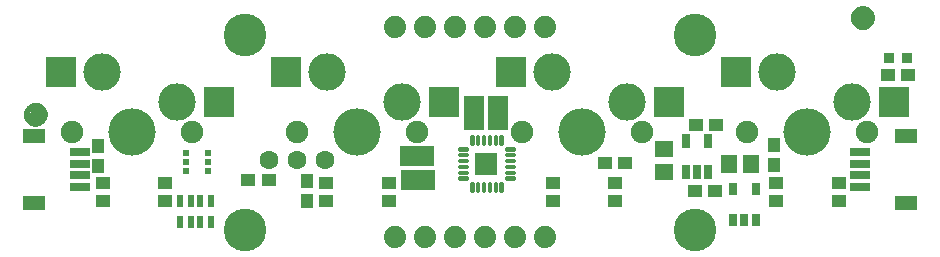
<source format=gbr>
G04 EAGLE Gerber RS-274X export*
G75*
%MOMM*%
%FSLAX34Y34*%
%LPD*%
%INSoldermask Top*%
%IPPOS*%
%AMOC8*
5,1,8,0,0,1.08239X$1,22.5*%
G01*
%ADD10R,2.651600X2.601600*%
%ADD11C,4.001600*%
%ADD12C,3.165100*%
%ADD13C,1.915100*%
%ADD14R,1.301600X1.001600*%
%ADD15R,1.101600X1.176600*%
%ADD16R,1.341600X1.601600*%
%ADD17R,0.651600X1.301600*%
%ADD18R,1.601600X1.341600*%
%ADD19R,1.176600X1.101600*%
%ADD20R,0.551600X1.001600*%
%ADD21R,0.601600X0.601600*%
%ADD22R,0.601600X0.501600*%
%ADD23C,1.879600*%
%ADD24C,3.617600*%
%ADD25R,1.651600X0.701600*%
%ADD26R,1.901600X1.301600*%
%ADD27C,1.101600*%
%ADD28C,0.469900*%
%ADD29R,0.901600X0.901600*%
%ADD30C,0.240406*%
%ADD31R,1.879600X1.879600*%
%ADD32C,1.601600*%
%ADD33R,0.791600X1.091600*%
%ADD34R,1.651000X2.921000*%
%ADD35R,2.921000X1.651000*%


D10*
X34350Y158750D03*
X168850Y132950D03*
D11*
X95250Y107950D03*
D12*
X69850Y158750D03*
X133350Y133350D03*
D13*
X44450Y107950D03*
X146050Y107950D03*
D14*
X640250Y49650D03*
X640250Y64650D03*
X693250Y49650D03*
X693250Y64650D03*
D15*
X638175Y79765D03*
X638175Y96765D03*
D16*
X600100Y81280D03*
X619100Y81280D03*
D17*
X563905Y73994D03*
X573405Y73994D03*
X582905Y73994D03*
X582905Y99996D03*
X563905Y99996D03*
D18*
X545465Y93320D03*
X545465Y74320D03*
D19*
X572525Y114300D03*
X589525Y114300D03*
D20*
X135590Y49140D03*
X135590Y32140D03*
X144590Y49140D03*
X152590Y49140D03*
X161590Y49140D03*
X161590Y32140D03*
X144590Y32140D03*
X152590Y32140D03*
D21*
X158860Y75050D03*
D22*
X158860Y82550D03*
D21*
X158860Y90050D03*
X140860Y90050D03*
D22*
X140860Y82550D03*
D21*
X140860Y75050D03*
D23*
X444500Y19050D03*
X419100Y19050D03*
X393700Y19050D03*
X368300Y19050D03*
X342900Y19050D03*
X317500Y19050D03*
D24*
X571500Y190500D03*
X190500Y190500D03*
D25*
X50540Y81200D03*
X50540Y71200D03*
X50540Y91200D03*
X50540Y61200D03*
D26*
X11540Y104200D03*
X11540Y48200D03*
D25*
X711460Y71200D03*
X711460Y81200D03*
X711460Y61200D03*
X711460Y91200D03*
D26*
X750460Y48200D03*
X750460Y104200D03*
D27*
X713740Y204470D03*
D28*
X713740Y211970D02*
X713559Y211968D01*
X713378Y211961D01*
X713197Y211950D01*
X713016Y211935D01*
X712836Y211915D01*
X712656Y211891D01*
X712477Y211863D01*
X712299Y211830D01*
X712122Y211793D01*
X711945Y211752D01*
X711770Y211707D01*
X711595Y211657D01*
X711422Y211603D01*
X711251Y211545D01*
X711080Y211483D01*
X710912Y211416D01*
X710745Y211346D01*
X710579Y211272D01*
X710416Y211193D01*
X710255Y211111D01*
X710095Y211025D01*
X709938Y210935D01*
X709783Y210841D01*
X709630Y210744D01*
X709480Y210642D01*
X709332Y210538D01*
X709186Y210429D01*
X709044Y210318D01*
X708904Y210202D01*
X708767Y210084D01*
X708632Y209962D01*
X708501Y209837D01*
X708373Y209709D01*
X708248Y209578D01*
X708126Y209443D01*
X708008Y209306D01*
X707892Y209166D01*
X707781Y209024D01*
X707672Y208878D01*
X707568Y208730D01*
X707466Y208580D01*
X707369Y208427D01*
X707275Y208272D01*
X707185Y208115D01*
X707099Y207955D01*
X707017Y207794D01*
X706938Y207631D01*
X706864Y207465D01*
X706794Y207298D01*
X706727Y207130D01*
X706665Y206959D01*
X706607Y206788D01*
X706553Y206615D01*
X706503Y206440D01*
X706458Y206265D01*
X706417Y206088D01*
X706380Y205911D01*
X706347Y205733D01*
X706319Y205554D01*
X706295Y205374D01*
X706275Y205194D01*
X706260Y205013D01*
X706249Y204832D01*
X706242Y204651D01*
X706240Y204470D01*
X713740Y211970D02*
X713921Y211968D01*
X714102Y211961D01*
X714283Y211950D01*
X714464Y211935D01*
X714644Y211915D01*
X714824Y211891D01*
X715003Y211863D01*
X715181Y211830D01*
X715358Y211793D01*
X715535Y211752D01*
X715710Y211707D01*
X715885Y211657D01*
X716058Y211603D01*
X716229Y211545D01*
X716400Y211483D01*
X716568Y211416D01*
X716735Y211346D01*
X716901Y211272D01*
X717064Y211193D01*
X717225Y211111D01*
X717385Y211025D01*
X717542Y210935D01*
X717697Y210841D01*
X717850Y210744D01*
X718000Y210642D01*
X718148Y210538D01*
X718294Y210429D01*
X718436Y210318D01*
X718576Y210202D01*
X718713Y210084D01*
X718848Y209962D01*
X718979Y209837D01*
X719107Y209709D01*
X719232Y209578D01*
X719354Y209443D01*
X719472Y209306D01*
X719588Y209166D01*
X719699Y209024D01*
X719808Y208878D01*
X719912Y208730D01*
X720014Y208580D01*
X720111Y208427D01*
X720205Y208272D01*
X720295Y208115D01*
X720381Y207955D01*
X720463Y207794D01*
X720542Y207631D01*
X720616Y207465D01*
X720686Y207298D01*
X720753Y207130D01*
X720815Y206959D01*
X720873Y206788D01*
X720927Y206615D01*
X720977Y206440D01*
X721022Y206265D01*
X721063Y206088D01*
X721100Y205911D01*
X721133Y205733D01*
X721161Y205554D01*
X721185Y205374D01*
X721205Y205194D01*
X721220Y205013D01*
X721231Y204832D01*
X721238Y204651D01*
X721240Y204470D01*
X721238Y204289D01*
X721231Y204108D01*
X721220Y203927D01*
X721205Y203746D01*
X721185Y203566D01*
X721161Y203386D01*
X721133Y203207D01*
X721100Y203029D01*
X721063Y202852D01*
X721022Y202675D01*
X720977Y202500D01*
X720927Y202325D01*
X720873Y202152D01*
X720815Y201981D01*
X720753Y201810D01*
X720686Y201642D01*
X720616Y201475D01*
X720542Y201309D01*
X720463Y201146D01*
X720381Y200985D01*
X720295Y200825D01*
X720205Y200668D01*
X720111Y200513D01*
X720014Y200360D01*
X719912Y200210D01*
X719808Y200062D01*
X719699Y199916D01*
X719588Y199774D01*
X719472Y199634D01*
X719354Y199497D01*
X719232Y199362D01*
X719107Y199231D01*
X718979Y199103D01*
X718848Y198978D01*
X718713Y198856D01*
X718576Y198738D01*
X718436Y198622D01*
X718294Y198511D01*
X718148Y198402D01*
X718000Y198298D01*
X717850Y198196D01*
X717697Y198099D01*
X717542Y198005D01*
X717385Y197915D01*
X717225Y197829D01*
X717064Y197747D01*
X716901Y197668D01*
X716735Y197594D01*
X716568Y197524D01*
X716400Y197457D01*
X716229Y197395D01*
X716058Y197337D01*
X715885Y197283D01*
X715710Y197233D01*
X715535Y197188D01*
X715358Y197147D01*
X715181Y197110D01*
X715003Y197077D01*
X714824Y197049D01*
X714644Y197025D01*
X714464Y197005D01*
X714283Y196990D01*
X714102Y196979D01*
X713921Y196972D01*
X713740Y196970D01*
X713559Y196972D01*
X713378Y196979D01*
X713197Y196990D01*
X713016Y197005D01*
X712836Y197025D01*
X712656Y197049D01*
X712477Y197077D01*
X712299Y197110D01*
X712122Y197147D01*
X711945Y197188D01*
X711770Y197233D01*
X711595Y197283D01*
X711422Y197337D01*
X711251Y197395D01*
X711080Y197457D01*
X710912Y197524D01*
X710745Y197594D01*
X710579Y197668D01*
X710416Y197747D01*
X710255Y197829D01*
X710095Y197915D01*
X709938Y198005D01*
X709783Y198099D01*
X709630Y198196D01*
X709480Y198298D01*
X709332Y198402D01*
X709186Y198511D01*
X709044Y198622D01*
X708904Y198738D01*
X708767Y198856D01*
X708632Y198978D01*
X708501Y199103D01*
X708373Y199231D01*
X708248Y199362D01*
X708126Y199497D01*
X708008Y199634D01*
X707892Y199774D01*
X707781Y199916D01*
X707672Y200062D01*
X707568Y200210D01*
X707466Y200360D01*
X707369Y200513D01*
X707275Y200668D01*
X707185Y200825D01*
X707099Y200985D01*
X707017Y201146D01*
X706938Y201309D01*
X706864Y201475D01*
X706794Y201642D01*
X706727Y201810D01*
X706665Y201981D01*
X706607Y202152D01*
X706553Y202325D01*
X706503Y202500D01*
X706458Y202675D01*
X706417Y202852D01*
X706380Y203029D01*
X706347Y203207D01*
X706319Y203386D01*
X706295Y203566D01*
X706275Y203746D01*
X706260Y203927D01*
X706249Y204108D01*
X706242Y204289D01*
X706240Y204470D01*
D27*
X13335Y122555D03*
D28*
X13335Y130055D02*
X13154Y130053D01*
X12973Y130046D01*
X12792Y130035D01*
X12611Y130020D01*
X12431Y130000D01*
X12251Y129976D01*
X12072Y129948D01*
X11894Y129915D01*
X11717Y129878D01*
X11540Y129837D01*
X11365Y129792D01*
X11190Y129742D01*
X11017Y129688D01*
X10846Y129630D01*
X10675Y129568D01*
X10507Y129501D01*
X10340Y129431D01*
X10174Y129357D01*
X10011Y129278D01*
X9850Y129196D01*
X9690Y129110D01*
X9533Y129020D01*
X9378Y128926D01*
X9225Y128829D01*
X9075Y128727D01*
X8927Y128623D01*
X8781Y128514D01*
X8639Y128403D01*
X8499Y128287D01*
X8362Y128169D01*
X8227Y128047D01*
X8096Y127922D01*
X7968Y127794D01*
X7843Y127663D01*
X7721Y127528D01*
X7603Y127391D01*
X7487Y127251D01*
X7376Y127109D01*
X7267Y126963D01*
X7163Y126815D01*
X7061Y126665D01*
X6964Y126512D01*
X6870Y126357D01*
X6780Y126200D01*
X6694Y126040D01*
X6612Y125879D01*
X6533Y125716D01*
X6459Y125550D01*
X6389Y125383D01*
X6322Y125215D01*
X6260Y125044D01*
X6202Y124873D01*
X6148Y124700D01*
X6098Y124525D01*
X6053Y124350D01*
X6012Y124173D01*
X5975Y123996D01*
X5942Y123818D01*
X5914Y123639D01*
X5890Y123459D01*
X5870Y123279D01*
X5855Y123098D01*
X5844Y122917D01*
X5837Y122736D01*
X5835Y122555D01*
X13335Y130055D02*
X13516Y130053D01*
X13697Y130046D01*
X13878Y130035D01*
X14059Y130020D01*
X14239Y130000D01*
X14419Y129976D01*
X14598Y129948D01*
X14776Y129915D01*
X14953Y129878D01*
X15130Y129837D01*
X15305Y129792D01*
X15480Y129742D01*
X15653Y129688D01*
X15824Y129630D01*
X15995Y129568D01*
X16163Y129501D01*
X16330Y129431D01*
X16496Y129357D01*
X16659Y129278D01*
X16820Y129196D01*
X16980Y129110D01*
X17137Y129020D01*
X17292Y128926D01*
X17445Y128829D01*
X17595Y128727D01*
X17743Y128623D01*
X17889Y128514D01*
X18031Y128403D01*
X18171Y128287D01*
X18308Y128169D01*
X18443Y128047D01*
X18574Y127922D01*
X18702Y127794D01*
X18827Y127663D01*
X18949Y127528D01*
X19067Y127391D01*
X19183Y127251D01*
X19294Y127109D01*
X19403Y126963D01*
X19507Y126815D01*
X19609Y126665D01*
X19706Y126512D01*
X19800Y126357D01*
X19890Y126200D01*
X19976Y126040D01*
X20058Y125879D01*
X20137Y125716D01*
X20211Y125550D01*
X20281Y125383D01*
X20348Y125215D01*
X20410Y125044D01*
X20468Y124873D01*
X20522Y124700D01*
X20572Y124525D01*
X20617Y124350D01*
X20658Y124173D01*
X20695Y123996D01*
X20728Y123818D01*
X20756Y123639D01*
X20780Y123459D01*
X20800Y123279D01*
X20815Y123098D01*
X20826Y122917D01*
X20833Y122736D01*
X20835Y122555D01*
X20833Y122374D01*
X20826Y122193D01*
X20815Y122012D01*
X20800Y121831D01*
X20780Y121651D01*
X20756Y121471D01*
X20728Y121292D01*
X20695Y121114D01*
X20658Y120937D01*
X20617Y120760D01*
X20572Y120585D01*
X20522Y120410D01*
X20468Y120237D01*
X20410Y120066D01*
X20348Y119895D01*
X20281Y119727D01*
X20211Y119560D01*
X20137Y119394D01*
X20058Y119231D01*
X19976Y119070D01*
X19890Y118910D01*
X19800Y118753D01*
X19706Y118598D01*
X19609Y118445D01*
X19507Y118295D01*
X19403Y118147D01*
X19294Y118001D01*
X19183Y117859D01*
X19067Y117719D01*
X18949Y117582D01*
X18827Y117447D01*
X18702Y117316D01*
X18574Y117188D01*
X18443Y117063D01*
X18308Y116941D01*
X18171Y116823D01*
X18031Y116707D01*
X17889Y116596D01*
X17743Y116487D01*
X17595Y116383D01*
X17445Y116281D01*
X17292Y116184D01*
X17137Y116090D01*
X16980Y116000D01*
X16820Y115914D01*
X16659Y115832D01*
X16496Y115753D01*
X16330Y115679D01*
X16163Y115609D01*
X15995Y115542D01*
X15824Y115480D01*
X15653Y115422D01*
X15480Y115368D01*
X15305Y115318D01*
X15130Y115273D01*
X14953Y115232D01*
X14776Y115195D01*
X14598Y115162D01*
X14419Y115134D01*
X14239Y115110D01*
X14059Y115090D01*
X13878Y115075D01*
X13697Y115064D01*
X13516Y115057D01*
X13335Y115055D01*
X13154Y115057D01*
X12973Y115064D01*
X12792Y115075D01*
X12611Y115090D01*
X12431Y115110D01*
X12251Y115134D01*
X12072Y115162D01*
X11894Y115195D01*
X11717Y115232D01*
X11540Y115273D01*
X11365Y115318D01*
X11190Y115368D01*
X11017Y115422D01*
X10846Y115480D01*
X10675Y115542D01*
X10507Y115609D01*
X10340Y115679D01*
X10174Y115753D01*
X10011Y115832D01*
X9850Y115914D01*
X9690Y116000D01*
X9533Y116090D01*
X9378Y116184D01*
X9225Y116281D01*
X9075Y116383D01*
X8927Y116487D01*
X8781Y116596D01*
X8639Y116707D01*
X8499Y116823D01*
X8362Y116941D01*
X8227Y117063D01*
X8096Y117188D01*
X7968Y117316D01*
X7843Y117447D01*
X7721Y117582D01*
X7603Y117719D01*
X7487Y117859D01*
X7376Y118001D01*
X7267Y118147D01*
X7163Y118295D01*
X7061Y118445D01*
X6964Y118598D01*
X6870Y118753D01*
X6780Y118910D01*
X6694Y119070D01*
X6612Y119231D01*
X6533Y119394D01*
X6459Y119560D01*
X6389Y119727D01*
X6322Y119895D01*
X6260Y120066D01*
X6202Y120237D01*
X6148Y120410D01*
X6098Y120585D01*
X6053Y120760D01*
X6012Y120937D01*
X5975Y121114D01*
X5942Y121292D01*
X5914Y121471D01*
X5890Y121651D01*
X5870Y121831D01*
X5855Y122012D01*
X5844Y122193D01*
X5837Y122374D01*
X5835Y122555D01*
D24*
X571500Y25400D03*
X190500Y25400D03*
D29*
X736085Y170815D03*
X751085Y170815D03*
D19*
X735085Y156210D03*
X752085Y156210D03*
D10*
X224850Y158750D03*
X359350Y132950D03*
D11*
X285750Y107950D03*
D12*
X260350Y158750D03*
X323850Y133350D03*
D13*
X234950Y107950D03*
X336550Y107950D03*
D10*
X415350Y158750D03*
X549850Y132950D03*
D11*
X476250Y107950D03*
D12*
X450850Y158750D03*
X514350Y133350D03*
D13*
X425450Y107950D03*
X527050Y107950D03*
D10*
X605850Y158750D03*
X740350Y132950D03*
D11*
X666750Y107950D03*
D12*
X641350Y158750D03*
X704850Y133350D03*
D13*
X615950Y107950D03*
X717550Y107950D03*
D19*
X495055Y81915D03*
X512055Y81915D03*
D15*
X243205Y66285D03*
X243205Y49285D03*
X66040Y79130D03*
X66040Y96130D03*
D14*
X451020Y49650D03*
X451020Y64650D03*
X504020Y49650D03*
X504020Y64650D03*
X259250Y49650D03*
X259250Y64650D03*
X312250Y49650D03*
X312250Y64650D03*
X70020Y49650D03*
X70020Y64650D03*
X123020Y49650D03*
X123020Y64650D03*
D30*
X411664Y68074D02*
X418276Y68074D01*
X411664Y68074D02*
X411664Y69486D01*
X418276Y69486D01*
X418276Y68074D01*
X418276Y73074D02*
X411664Y73074D01*
X411664Y74486D01*
X418276Y74486D01*
X418276Y73074D01*
X418276Y78074D02*
X411664Y78074D01*
X411664Y79486D01*
X418276Y79486D01*
X418276Y78074D01*
X418276Y83074D02*
X411664Y83074D01*
X411664Y84486D01*
X418276Y84486D01*
X418276Y83074D01*
X418276Y88074D02*
X411664Y88074D01*
X411664Y89486D01*
X418276Y89486D01*
X418276Y88074D01*
X418276Y93074D02*
X411664Y93074D01*
X411664Y94486D01*
X418276Y94486D01*
X418276Y93074D01*
X406764Y97974D02*
X406764Y104586D01*
X408176Y104586D01*
X408176Y97974D01*
X406764Y97974D01*
X406764Y100258D02*
X408176Y100258D01*
X408176Y102542D02*
X406764Y102542D01*
X401764Y104586D02*
X401764Y97974D01*
X401764Y104586D02*
X403176Y104586D01*
X403176Y97974D01*
X401764Y97974D01*
X401764Y100258D02*
X403176Y100258D01*
X403176Y102542D02*
X401764Y102542D01*
X396764Y104586D02*
X396764Y97974D01*
X396764Y104586D02*
X398176Y104586D01*
X398176Y97974D01*
X396764Y97974D01*
X396764Y100258D02*
X398176Y100258D01*
X398176Y102542D02*
X396764Y102542D01*
X391764Y104586D02*
X391764Y97974D01*
X391764Y104586D02*
X393176Y104586D01*
X393176Y97974D01*
X391764Y97974D01*
X391764Y100258D02*
X393176Y100258D01*
X393176Y102542D02*
X391764Y102542D01*
X386764Y104586D02*
X386764Y97974D01*
X386764Y104586D02*
X388176Y104586D01*
X388176Y97974D01*
X386764Y97974D01*
X386764Y100258D02*
X388176Y100258D01*
X388176Y102542D02*
X386764Y102542D01*
X381764Y104586D02*
X381764Y97974D01*
X381764Y104586D02*
X383176Y104586D01*
X383176Y97974D01*
X381764Y97974D01*
X381764Y100258D02*
X383176Y100258D01*
X383176Y102542D02*
X381764Y102542D01*
X378276Y94486D02*
X371664Y94486D01*
X378276Y94486D02*
X378276Y93074D01*
X371664Y93074D01*
X371664Y94486D01*
X371664Y89486D02*
X378276Y89486D01*
X378276Y88074D01*
X371664Y88074D01*
X371664Y89486D01*
X371664Y84486D02*
X378276Y84486D01*
X378276Y83074D01*
X371664Y83074D01*
X371664Y84486D01*
X371664Y79486D02*
X378276Y79486D01*
X378276Y78074D01*
X371664Y78074D01*
X371664Y79486D01*
X371664Y74486D02*
X378276Y74486D01*
X378276Y73074D01*
X371664Y73074D01*
X371664Y74486D01*
X371664Y69486D02*
X378276Y69486D01*
X378276Y68074D01*
X371664Y68074D01*
X371664Y69486D01*
X383176Y64586D02*
X383176Y57974D01*
X381764Y57974D01*
X381764Y64586D01*
X383176Y64586D01*
X383176Y60258D02*
X381764Y60258D01*
X381764Y62542D02*
X383176Y62542D01*
X388176Y64586D02*
X388176Y57974D01*
X386764Y57974D01*
X386764Y64586D01*
X388176Y64586D01*
X388176Y60258D02*
X386764Y60258D01*
X386764Y62542D02*
X388176Y62542D01*
X393176Y64586D02*
X393176Y57974D01*
X391764Y57974D01*
X391764Y64586D01*
X393176Y64586D01*
X393176Y60258D02*
X391764Y60258D01*
X391764Y62542D02*
X393176Y62542D01*
X398176Y64586D02*
X398176Y57974D01*
X396764Y57974D01*
X396764Y64586D01*
X398176Y64586D01*
X398176Y60258D02*
X396764Y60258D01*
X396764Y62542D02*
X398176Y62542D01*
X403176Y64586D02*
X403176Y57974D01*
X401764Y57974D01*
X401764Y64586D01*
X403176Y64586D01*
X403176Y60258D02*
X401764Y60258D01*
X401764Y62542D02*
X403176Y62542D01*
X408176Y64586D02*
X408176Y57974D01*
X406764Y57974D01*
X406764Y64586D01*
X408176Y64586D01*
X408176Y60258D02*
X406764Y60258D01*
X406764Y62542D02*
X408176Y62542D01*
D31*
X394970Y81280D03*
D32*
X234315Y84455D03*
X210820Y84455D03*
D19*
X210430Y67310D03*
X193430Y67310D03*
D32*
X258445Y84455D03*
D33*
X603910Y33455D03*
X613410Y33455D03*
X622910Y33455D03*
X622910Y59355D03*
X603910Y59355D03*
D34*
X405130Y124460D03*
X384810Y124460D03*
D35*
X335915Y87630D03*
X337185Y67310D03*
D23*
X444500Y196850D03*
X419100Y196850D03*
X393700Y196850D03*
X368300Y196850D03*
X342900Y196850D03*
X317500Y196850D03*
D19*
X571255Y58420D03*
X588255Y58420D03*
M02*

</source>
